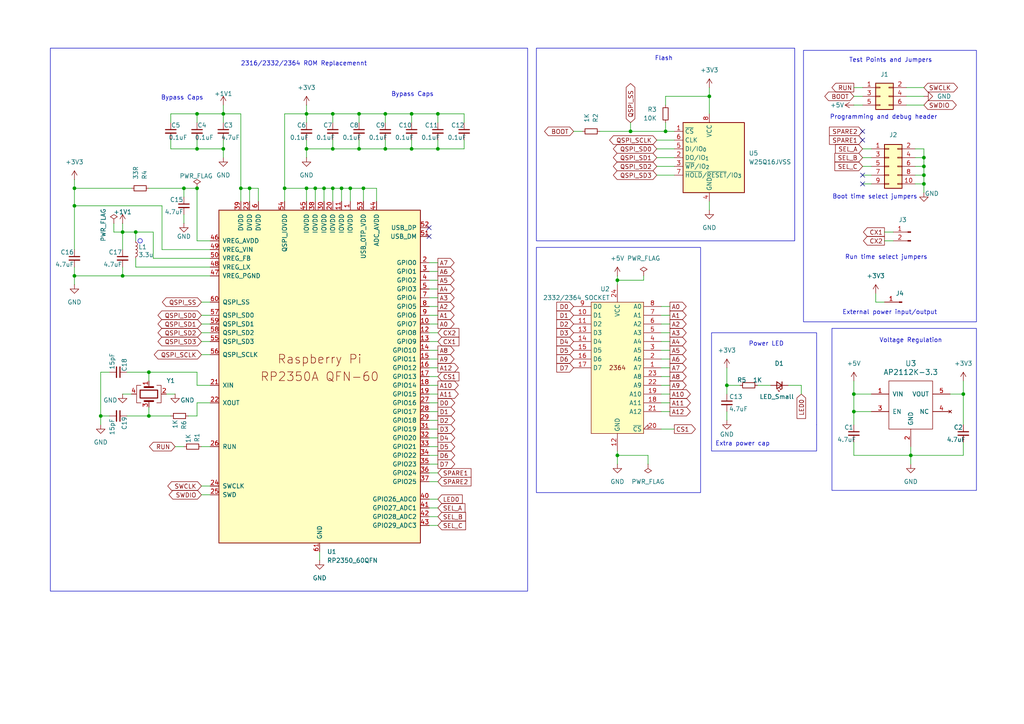
<source format=kicad_sch>
(kicad_sch (version 20250114) (generator "eeschema") (generator_version "9.0")
  (paper "A4")
  (title_block (title "One ROM") (date "2025-08-24") (rev "Pico rev A") (company "piers.rocks") (comment 1 "(c) Piers Finlayson 2025"))
  (lib_symbols
    (symbol "Connector:Conn_01x01_Pin" (pin_names (offset 1.016) (hide yes))
      (property "Reference" "J" (at 0 2.54 0))
      (property "Value" "Conn_01x01_Pin" (at 0 -2.54 0))
      (symbol "Conn_01x01_Pin_1_1"
        (pin passive line (at 5.08 0 180) (length 3.81) (name "Pin_1") (number "1"))
      )
    )
    (symbol "Connector:Conn_01x02_Pin" (pin_names (offset 1.016) (hide yes))
      (property "Reference" "J" (at 0 2.54 0))
      (property "Value" "Conn_01x02_Pin" (at 0 -5.08 0))
      (symbol "Conn_01x02_Pin_1_1"
        (pin passive line (at 5.08 0 180) (length 3.81) (name "Pin_1") (number "1"))
        (pin passive line (at 5.08 -2.54 180) (length 3.81) (name "Pin_2") (number "2"))
      )
    )
    (symbol "Connector_Generic:Conn_02x03_Odd_Even" (pin_names (offset 1.016) (hide yes))
      (property "Reference" "J" (at 1.27 5.08 0))
      (property "Value" "Conn_02x03_Odd_Even" (at 1.27 -5.08 0))
      (symbol "Conn_02x03_Odd_Even_1_1"
        (pin passive line (at -5.08 2.54 0) (length 3.81) (name "Pin_1") (number "1"))
        (pin passive line (at -5.08 0 0) (length 3.81) (name "Pin_3") (number "3"))
        (pin passive line (at -5.08 -2.54 0) (length 3.81) (name "Pin_5") (number "5"))
        (pin passive line (at 7.62 2.54 180) (length 3.81) (name "Pin_2") (number "2"))
        (pin passive line (at 7.62 0 180) (length 3.81) (name "Pin_4") (number "4"))
        (pin passive line (at 7.62 -2.54 180) (length 3.81) (name "Pin_6") (number "6"))
      )
    )
    (symbol "Connector_Generic:Conn_02x05_Odd_Even" (pin_names (offset 1.016) (hide yes))
      (property "Reference" "J" (at 1.27 7.62 0))
      (property "Value" "Conn_02x05_Odd_Even" (at 1.27 -7.62 0))
      (symbol "Conn_02x05_Odd_Even_1_1"
        (pin passive line (at -5.08 5.08 0) (length 3.81) (name "Pin_1") (number "1"))
        (pin passive line (at -5.08 2.54 0) (length 3.81) (name "Pin_3") (number "3"))
        (pin passive line (at -5.08 0 0) (length 3.81) (name "Pin_5") (number "5"))
        (pin passive line (at -5.08 -2.54 0) (length 3.81) (name "Pin_7") (number "7"))
        (pin passive line (at -5.08 -5.08 0) (length 3.81) (name "Pin_9") (number "9"))
        (pin passive line (at 7.62 5.08 180) (length 3.81) (name "Pin_2") (number "2"))
        (pin passive line (at 7.62 2.54 180) (length 3.81) (name "Pin_4") (number "4"))
        (pin passive line (at 7.62 0 180) (length 3.81) (name "Pin_6") (number "6"))
        (pin passive line (at 7.62 -2.54 180) (length 3.81) (name "Pin_8") (number "8"))
        (pin passive line (at 7.62 -5.08 180) (length 3.81) (name "Pin_10") (number "10"))
      )
    )
    (symbol "Device:C_Small" (pin_numbers (hide yes)) (pin_names (offset 0.254) (hide yes))
      (property "Reference" "C" (at 0.254 1.778 0))
      (property "Value" "C_Small" (at 0.254 -2.032 0))
      (symbol "C_Small_1_1"
        (pin passive line (at 0 2.54 270) (length 2.032) (name "~") (number "1"))
        (pin passive line (at 0 -2.54 90) (length 2.032) (name "~") (number "2"))
      )
    )
    (symbol "Device:Crystal_GND24" (pin_names (offset 1.016) (hide yes))
      (property "Reference" "Y" (at 3.175 5.08 0))
      (property "Value" "Crystal_GND24" (at 3.175 3.175 0))
      (symbol "Crystal_GND24_1_1"
        (pin passive line (at -3.81 0 0) (length 1.27) (name "1") (number "1"))
        (pin passive line (at 0 5.08 270) (length 1.27) (name "2") (number "2"))
        (pin passive line (at 0 -5.08 90) (length 1.27) (name "4") (number "4"))
        (pin passive line (at 3.81 0 180) (length 1.27) (name "3") (number "3"))
      )
    )
    (symbol "Device:LED_Small" (pin_numbers (hide yes)) (pin_names (offset 0.254) (hide yes))
      (property "Reference" "D" (at -1.27 3.175 0))
      (property "Value" "LED_Small" (at -4.445 -2.54 0))
      (symbol "LED_Small_1_1"
        (pin passive line (at -2.54 0 0) (length 1.778) (name "K") (number "1"))
        (pin passive line (at 2.54 0 180) (length 1.778) (name "A") (number "2"))
      )
    )
    (symbol "Device:L_Small" (pin_numbers (hide yes)) (pin_names (offset 0.254) (hide yes))
      (property "Reference" "L" (at 0.762 1.016 0))
      (property "Value" "L_Small" (at 0.762 -1.016 0))
      (symbol "L_Small_1_1"
        (pin passive line (at 0 2.54 270) (length 0.508) (name "~") (number "1"))
        (pin passive line (at 0 -2.54 90) (length 0.508) (name "~") (number "2"))
      )
    )
    (symbol "Device:R_Small" (pin_numbers (hide yes)) (pin_names (offset 0.254) (hide yes))
      (property "Reference" "R" (at 0.762 0.508 0))
      (property "Value" "R_Small" (at 0.762 -1.016 0))
      (symbol "R_Small_1_1"
        (pin passive line (at 0 2.54 270) (length 0.762) (name "~") (number "1"))
        (pin passive line (at 0 -2.54 90) (length 0.762) (name "~") (number "2"))
      )
    )
    (symbol "Memory_Flash:W25Q16JVSS"
      (property "Reference" "U" (at -6.35 11.43 0))
      (property "Value" "W25Q16JVSS" (at 7.62 11.43 0))
      (symbol "W25Q16JVSS_1_1"
        (pin input line (at -10.16 7.62 0) (length 2.54) (name "~{CS}") (number "1"))
        (pin input line (at -10.16 5.08 0) (length 2.54) (name "CLK") (number "6"))
        (pin bidirectional line (at -10.16 2.54 0) (length 2.54) (name "DI/IO_{0}") (number "5"))
        (pin bidirectional line (at -10.16 0 0) (length 2.54) (name "DO/IO_{1}") (number "2"))
        (pin bidirectional line (at -10.16 -2.54 0) (length 2.54) (name "~{WP}/IO_{2}") (number "3"))
        (pin bidirectional line (at -10.16 -5.08 0) (length 2.54) (name "~{HOLD}/~{RESET}/IO_{3}") (number "7"))
        (pin power_in line (at 0 12.7 270) (length 2.54) (name "VCC") (number "8"))
        (pin power_in line (at 0 -12.7 90) (length 2.54) (name "GND") (number "4"))
      )
    )
    (symbol "RP:RP2350_60QFN" (pin_names (offset 1.016))
      (property "Reference" "U" (at -29.21 49.53 0))
      (property "Value" "RP2350_60QFN" (at 24.13 -49.53 0))
      (symbol "RP2350_60QFN_0_0"
        (text "Raspberry Pi" (at 0 5.08 0) (effects (font (size 2.54 2.54))))
      )
      (symbol "RP2350_60QFN_1_0"
        (text "RP2350A QFN-60" (at 0 0 0) (effects (font (size 2.54 2.54))))
      )
      (symbol "RP2350_60QFN_1_1"
        (pin power_in line (at -31.75 39.37 0) (length 2.54) (name "VREG_AVDD") (number "46"))
        (pin power_in line (at -31.75 36.83 0) (length 2.54) (name "VREG_VIN") (number "49"))
        (pin input line (at -31.75 34.29 0) (length 2.54) (name "VREG_FB") (number "50"))
        (pin power_out line (at -31.75 31.75 0) (length 2.54) (name "VREG_LX") (number "48"))
        (pin power_in line (at -31.75 29.21 0) (length 2.54) (name "VREG_PGND") (number "47"))
        (pin bidirectional line (at -31.75 21.59 0) (length 2.54) (name "QSPI_SS") (number "60"))
        (pin bidirectional line (at -31.75 17.78 0) (length 2.54) (name "QSPI_SD0") (number "57"))
        (pin bidirectional line (at -31.75 15.24 0) (length 2.54) (name "QSPI_SD1") (number "59"))
        (pin bidirectional line (at -31.75 12.7 0) (length 2.54) (name "QSPI_SD2") (number "58"))
        (pin bidirectional line (at -31.75 10.16 0) (length 2.54) (name "QSPI_SD3") (number "55"))
        (pin output line (at -31.75 6.35 0) (length 2.54) (name "QSPI_SCLK") (number "56"))
        (pin input line (at -31.75 -2.54 0) (length 2.54) (name "XIN") (number "21"))
        (pin passive line (at -31.75 -7.62 0) (length 2.54) (name "XOUT") (number "22"))
        (pin input line (at -31.75 -20.32 0) (length 2.54) (name "RUN") (number "26"))
        (pin output line (at -31.75 -31.75 0) (length 2.54) (name "SWCLK") (number "24"))
        (pin bidirectional line (at -31.75 -34.29 0) (length 2.54) (name "SWD") (number "25"))
        (pin power_in line (at -22.86 50.8 270) (length 2.54) (name "DVDD") (number "39"))
        (pin power_in line (at -20.32 50.8 270) (length 2.54) (name "DVDD") (number "23"))
        (pin power_in line (at -17.78 50.8 270) (length 2.54) (name "DVDD") (number "6"))
        (pin power_in line (at -10.16 50.8 270) (length 2.54) (name "QSPI_IOVDD") (number "54"))
        (pin power_in line (at -3.81 50.8 270) (length 2.54) (name "IOVDD") (number "45"))
        (pin power_in line (at -1.27 50.8 270) (length 2.54) (name "IOVDD") (number "38"))
        (pin power_in line (at 0 -50.8 90) (length 2.54) (name "GND") (number "61"))
        (pin power_in line (at 1.27 50.8 270) (length 2.54) (name "IOVDD") (number "30"))
        (pin power_in line (at 3.81 50.8 270) (length 2.54) (name "IOVDD") (number "20"))
        (pin power_in line (at 6.35 50.8 270) (length 2.54) (name "IOVDD") (number "11"))
        (pin power_in line (at 8.89 50.8 270) (length 2.54) (name "IOVDD") (number "1"))
        (pin power_in line (at 12.7 50.8 270) (length 2.54) (name "USB_OTP_VDD") (number "53"))
        (pin power_in line (at 16.51 50.8 270) (length 2.54) (name "ADC_AVDD") (number "44"))
        (pin bidirectional line (at 31.75 43.18 180) (length 2.54) (name "USB_DP") (number "52"))
        (pin bidirectional line (at 31.75 40.64 180) (length 2.54) (name "USB_DM") (number "51"))
        (pin bidirectional line (at 31.75 33.02 180) (length 2.54) (name "GPIO0") (number "2"))
        (pin bidirectional line (at 31.75 30.48 180) (length 2.54) (name "GPIO1") (number "3"))
        (pin bidirectional line (at 31.75 27.94 180) (length 2.54) (name "GPIO2") (number "4"))
        (pin bidirectional line (at 31.75 25.4 180) (length 2.54) (name "GPIO3") (number "5"))
        (pin bidirectional line (at 31.75 22.86 180) (length 2.54) (name "GPIO4") (number "7"))
        (pin bidirectional line (at 31.75 20.32 180) (length 2.54) (name "GPIO5") (number "8"))
        (pin bidirectional line (at 31.75 17.78 180) (length 2.54) (name "GPIO6") (number "9"))
        (pin bidirectional line (at 31.75 15.24 180) (length 2.54) (name "GPIO7") (number "10"))
        (pin bidirectional line (at 31.75 12.7 180) (length 2.54) (name "GPIO8") (number "12"))
        (pin bidirectional line (at 31.75 10.16 180) (length 2.54) (name "GPIO9") (number "13"))
        (pin bidirectional line (at 31.75 7.62 180) (length 2.54) (name "GPIO10") (number "14"))
        (pin bidirectional line (at 31.75 5.08 180) (length 2.54) (name "GPIO11") (number "15"))
        (pin bidirectional line (at 31.75 2.54 180) (length 2.54) (name "GPIO12") (number "16"))
        (pin bidirectional line (at 31.75 0 180) (length 2.54) (name "GPIO13") (number "17"))
        (pin bidirectional line (at 31.75 -2.54 180) (length 2.54) (name "GPIO14") (number "18"))
        (pin bidirectional line (at 31.75 -5.08 180) (length 2.54) (name "GPIO15") (number "19"))
        (pin bidirectional line (at 31.75 -7.62 180) (length 2.54) (name "GPIO16") (number "27"))
        (pin bidirectional line (at 31.75 -10.16 180) (length 2.54) (name "GPIO17") (number "28"))
        (pin bidirectional line (at 31.75 -12.7 180) (length 2.54) (name "GPIO18") (number "29"))
        (pin bidirectional line (at 31.75 -15.24 180) (length 2.54) (name "GPIO19") (number "31"))
        (pin bidirectional line (at 31.75 -17.78 180) (length 2.54) (name "GPIO20") (number "32"))
        (pin bidirectional line (at 31.75 -20.32 180) (length 2.54) (name "GPIO21") (number "33"))
        (pin bidirectional line (at 31.75 -22.86 180) (length 2.54) (name "GPIO22") (number "34"))
        (pin bidirectional line (at 31.75 -25.4 180) (length 2.54) (name "GPIO23") (number "35"))
        (pin bidirectional line (at 31.75 -27.94 180) (length 2.54) (name "GPIO24") (number "36"))
        (pin bidirectional line (at 31.75 -30.48 180) (length 2.54) (name "GPIO25") (number "37"))
        (pin bidirectional line (at 31.75 -35.56 180) (length 2.54) (name "GPIO26_ADC0") (number "40"))
        (pin bidirectional line (at 31.75 -38.1 180) (length 2.54) (name "GPIO27_ADC1") (number "41"))
        (pin bidirectional line (at 31.75 -40.64 180) (length 2.54) (name "GPIO28_ADC2") (number "42"))
        (pin bidirectional line (at 31.75 -43.18 180) (length 2.54) (name "GPIO29_ADC3") (number "43"))
      )
    )
    (symbol "piers_old:RT9013" (pin_names (offset 1.016))
      (property "Reference" "U" (at 5.08 11.43 0))
      (property "Value" "RT9013" (at -2.54 11.43 0))
      (symbol "RT9013_1_1"
        (pin power_in line (at -11.43 5.08 0) (length 5.08) (name "VIN") (number "1"))
        (pin input line (at -11.43 0 0) (length 5.08) (name "EN") (number "3"))
        (pin power_in line (at 0 -10.16 90) (length 5.08) (name "GND") (number "2"))
        (pin power_out line (at 11.43 5.08 180) (length 5.08) (name "VOUT") (number "5"))
        (pin no_connect line (at 11.43 0 180) (length 5.08) (name "NC") (number "4"))
      )
    )
    (symbol "piers_retro:2364"
      (property "Reference" "U" (at 3.048 23.114 0))
      (symbol "2364_1_1"
        (text "2364" (at 0 0 0) (effects (font (size 1.27 1.27))))
        (pin input line (at -12.7 17.78 0) (length 5.08) (name "A0") (number "8"))
        (pin input line (at -12.7 15.24 0) (length 5.08) (name "A1") (number "7"))
        (pin input line (at -12.7 12.7 0) (length 5.08) (name "A2") (number "6"))
        (pin input line (at -12.7 10.16 0) (length 5.08) (name "A3") (number "5"))
        (pin input line (at -12.7 7.62 0) (length 5.08) (name "A4") (number "4"))
        (pin input line (at -12.7 5.08 0) (length 5.08) (name "A5") (number "3"))
        (pin input line (at -12.7 2.54 0) (length 5.08) (name "A6") (number "2"))
        (pin input line (at -12.7 0 0) (length 5.08) (name "A7") (number "1"))
        (pin input line (at -12.7 -2.54 0) (length 5.08) (name "A8") (number "23"))
        (pin input line (at -12.7 -5.08 0) (length 5.08) (name "A9") (number "22"))
        (pin input line (at -12.7 -7.62 0) (length 5.08) (name "A10") (number "19"))
        (pin input line (at -12.7 -10.16 0) (length 5.08) (name "A11") (number "18"))
        (pin input line (at -12.7 -12.7 0) (length 5.08) (name "A12") (number "21"))
        (pin input input_low (at -12.7 -17.78 0) (length 5.08) (name "~{CS}") (number "20"))
        (pin power_in line (at 0 24.13 270) (length 5.08) (name "VCC") (number "24"))
        (pin power_in line (at 0 -24.13 90) (length 5.08) (name "GND") (number "12"))
        (pin tri_state line (at 12.7 17.78 180) (length 5.08) (name "D0") (number "9"))
        (pin tri_state line (at 12.7 15.24 180) (length 5.08) (name "D1") (number "10"))
        (pin tri_state line (at 12.7 12.7 180) (length 5.08) (name "D2") (number "11"))
        (pin tri_state line (at 12.7 10.16 180) (length 5.08) (name "D3") (number "13"))
        (pin tri_state line (at 12.7 7.62 180) (length 5.08) (name "D4") (number "14"))
        (pin tri_state line (at 12.7 5.08 180) (length 5.08) (name "D5") (number "15"))
        (pin tri_state line (at 12.7 2.54 180) (length 5.08) (name "D6") (number "16"))
        (pin tri_state line (at 12.7 0 180) (length 5.08) (name "D7") (number "17"))
      )
    )
    (symbol "power:+1V1" (power) (pin_numbers (hide yes)) (pin_names (offset 0) (hide yes))
      (property "Value" "+1V1" (at 0 3.556 0))
      (symbol "+1V1_1_1"
        (pin power_in line (at 0 0 90) (length 0) (name "~") (number "1"))
      )
    )
    (symbol "power:+3V3" (power) (pin_numbers (hide yes)) (pin_names (offset 0) (hide yes))
      (property "Value" "+3V3" (at 0 3.556 0))
      (symbol "+3V3_1_1"
        (pin power_in line (at 0 0 90) (length 0) (name "~") (number "1"))
      )
    )
    (symbol "power:+5V" (power) (pin_numbers (hide yes)) (pin_names (offset 0) (hide yes))
      (property "Value" "+5V" (at 0 3.556 0))
      (symbol "+5V_1_1"
        (pin power_in line (at 0 0 90) (length 0) (name "~") (number "1"))
      )
    )
    (symbol "power:GND" (power) (pin_numbers (hide yes)) (pin_names (offset 0) (hide yes))
      (property "Value" "GND" (at 0 -3.81 0))
      (symbol "GND_1_1"
        (pin power_in line (at 0 0 270) (length 0) (name "~") (number "1"))
      )
    )
    (symbol "power:PWR_FLAG" (power) (pin_numbers (hide yes)) (pin_names (offset 0) (hide yes))
      (property "Value" "PWR_FLAG" (at 0 3.81 0))
      (symbol "PWR_FLAG_0_0"
        (pin power_out line (at 0 0 90) (length 0) (name "~") (number "1"))
      )
    )
  )
  (rectangle (start 155.575 71.755) (end 203.2 142.875))
  (circle (center 40.64 69.85) (radius 0.635))
  (rectangle (start 155.575 13.97) (end 230.505 69.85))
  (rectangle (start 236.855 123.19) (end 236.855 123.19))
  (rectangle (start 14.605 13.97) (end 153.035 171.45))
  (rectangle (start 233.045 14.605) (end 283.21 93.345))
  (rectangle (start 206.375 96.52) (end 236.855 130.81))
  (rectangle (start 241.3 95.25) (end 283.21 142.24))
  (text "Run time select jumpers" (at 257.048 74.676 0) (effects (font (size 1.27 1.27))))
  (text "Voltage Regulation" (at 264.16 98.806 0) (effects (font (size 1.27 1.27))))
  (text "Extra power cap" (at 215.392 128.778 0) (effects (font (size 1.27 1.27))))
  (text "2316/2332/2364 ROM Replacemennt" (at 88.138 18.542 0) (effects (font (size 1.27 1.27))))
  (text "Bypass Caps" (at 52.832 28.448 0) (effects (font (size 1.27 1.27))))
  (text "Power LED" (at 222.25 99.822 0) (effects (font (size 1.27 1.27))))
  (text "Bypass Caps" (at 119.634 27.432 0) (effects (font (size 1.27 1.27))))
  (text "Programming and debug header" (at 256.286 34.036 0) (effects (font (size 1.27 1.27))))
  (text "External power input/output" (at 258.064 90.678 0) (effects (font (size 1.27 1.27))))
  (text "Flash" (at 192.532 17.018 0) (effects (font (size 1.27 1.27))))
  (text "Boot time select jumpers" (at 253.746 57.15 0) (effects (font (size 1.27 1.27))))
  (text "Test Points and Jumpers" (at 258.318 17.526 0) (effects (font (size 1.27 1.27))))
  (junction (at 35.56 67.31))
  (junction (at 21.59 54.61))
  (junction (at 21.59 80.01))
  (junction (at 104.14 43.18))
  (junction (at 104.14 33.02))
  (junction (at 82.55 54.61))
  (junction (at 96.52 43.18))
  (junction (at 179.07 132.08))
  (junction (at 72.39 54.61))
  (junction (at 119.38 33.02))
  (junction (at 57.15 43.18))
  (junction (at 43.18 120.65))
  (junction (at 267.97 45.72))
  (junction (at 111.76 43.18))
  (junction (at 29.21 120.65))
  (junction (at 182.88 38.1))
  (junction (at 35.56 80.01))
  (junction (at 69.85 54.61))
  (junction (at 64.77 33.02))
  (junction (at 205.74 27.94))
  (junction (at 179.07 81.28))
  (junction (at 247.65 114.3))
  (junction (at 267.97 50.8))
  (junction (at 96.52 54.61))
  (junction (at 88.9 33.02))
  (junction (at 267.97 48.26))
  (junction (at 57.15 33.02))
  (junction (at 105.41 54.61))
  (junction (at 91.44 54.61))
  (junction (at 264.16 132.08))
  (junction (at 99.06 54.61))
  (junction (at 21.59 59.69))
  (junction (at 101.6 54.61))
  (junction (at 88.9 54.61))
  (junction (at 210.82 111.76))
  (junction (at 247.65 119.38))
  (junction (at 93.98 54.61))
  (junction (at 53.34 54.61))
  (junction (at 193.04 38.1))
  (junction (at 127 33.02))
  (junction (at 88.9 43.18))
  (junction (at 127 43.18))
  (junction (at 96.52 33.02))
  (junction (at 119.38 43.18))
  (junction (at 39.37 67.31))
  (junction (at 64.77 43.18))
  (junction (at 267.97 53.34))
  (junction (at 111.76 33.02))
  (junction (at 279.4 114.3))
  (junction (at 57.15 54.61))
  (junction (at 43.18 107.95))
  (no_connect (at 250.19 38.1))
  (no_connect (at 124.46 66.04))
  (no_connect (at 124.46 68.58))
  (no_connect (at 250.19 40.64))
  (no_connect (at 250.19 53.34))
  (no_connect (at 250.19 50.8))
  (wire (pts (xy 279.4 114.3) (xy 279.4 123.19)))
  (wire (pts (xy 265.43 53.34) (xy 267.97 53.34)))
  (wire (pts (xy 91.44 54.61) (xy 93.98 54.61)))
  (wire (pts (xy 232.41 111.76) (xy 232.41 114.3)))
  (wire (pts (xy 93.98 54.61) (xy 96.52 54.61)))
  (wire (pts (xy 186.69 81.28) (xy 179.07 81.28)))
  (wire (pts (xy 92.71 160.02) (xy 92.71 162.56)))
  (wire (pts (xy 44.45 74.93) (xy 60.96 74.93)))
  (wire (pts (xy 43.18 107.95) (xy 43.18 110.49)))
  (wire (pts (xy 104.14 35.56) (xy 104.14 33.02)))
  (wire (pts (xy 119.38 40.64) (xy 119.38 43.18)))
  (wire (pts (xy 191.77 101.6) (xy 194.31 101.6)))
  (wire (pts (xy 69.85 33.02) (xy 64.77 33.02)))
  (wire (pts (xy 58.42 99.06) (xy 60.96 99.06)))
  (wire (pts (xy 88.9 58.42) (xy 88.9 54.61)))
  (wire (pts (xy 104.14 43.18) (xy 104.14 40.64)))
  (wire (pts (xy 250.19 48.26) (xy 252.73 48.26)))
  (wire (pts (xy 43.18 118.11) (xy 43.18 120.65)))
  (wire (pts (xy 124.46 134.62) (xy 127 134.62)))
  (wire (pts (xy 250.19 43.18) (xy 252.73 43.18)))
  (wire (pts (xy 247.65 132.08) (xy 264.16 132.08)))
  (wire (pts (xy 127 83.82) (xy 124.46 83.82)))
  (wire (pts (xy 49.53 33.02) (xy 49.53 35.56)))
  (wire (pts (xy 247.65 27.94) (xy 250.19 27.94)))
  (wire (pts (xy 93.98 54.61) (xy 93.98 58.42)))
  (wire (pts (xy 99.06 54.61) (xy 99.06 58.42)))
  (wire (pts (xy 29.21 123.19) (xy 29.21 120.65)))
  (wire (pts (xy 101.6 58.42) (xy 101.6 54.61)))
  (wire (pts (xy 21.59 54.61) (xy 21.59 59.69)))
  (wire (pts (xy 53.34 62.23) (xy 53.34 64.77)))
  (wire (pts (xy 127 152.4) (xy 124.46 152.4)))
  (wire (pts (xy 191.77 96.52) (xy 194.31 96.52)))
  (wire (pts (xy 119.38 33.02) (xy 127 33.02)))
  (wire (pts (xy 91.44 58.42) (xy 91.44 54.61)))
  (wire (pts (xy 57.15 43.18) (xy 64.77 43.18)))
  (wire (pts (xy 264.16 132.08) (xy 264.16 134.62)))
  (wire (pts (xy 267.97 45.72) (xy 267.97 43.18)))
  (wire (pts (xy 254 87.63) (xy 256.54 87.63)))
  (wire (pts (xy 57.15 43.18) (xy 57.15 40.64)))
  (wire (pts (xy 250.19 45.72) (xy 252.73 45.72)))
  (wire (pts (xy 35.56 67.31) (xy 35.56 72.39)))
  (wire (pts (xy 57.15 116.84) (xy 60.96 116.84)))
  (wire (pts (xy 210.82 111.76) (xy 210.82 114.3)))
  (wire (pts (xy 210.82 119.38) (xy 210.82 121.92)))
  (wire (pts (xy 82.55 58.42) (xy 82.55 54.61)))
  (wire (pts (xy 58.42 102.87) (xy 60.96 102.87)))
  (wire (pts (xy 191.77 88.9) (xy 194.31 88.9)))
  (wire (pts (xy 39.37 77.47) (xy 39.37 74.93)))
  (wire (pts (xy 29.21 120.65) (xy 29.21 107.95)))
  (wire (pts (xy 57.15 54.61) (xy 53.34 54.61)))
  (wire (pts (xy 104.14 33.02) (xy 111.76 33.02)))
  (wire (pts (xy 205.74 25.4) (xy 205.74 27.94)))
  (wire (pts (xy 88.9 33.02) (xy 88.9 35.56)))
  (wire (pts (xy 96.52 40.64) (xy 96.52 43.18)))
  (wire (pts (xy 124.46 106.68) (xy 127 106.68)))
  (wire (pts (xy 36.83 120.65) (xy 43.18 120.65)))
  (wire (pts (xy 46.99 59.69) (xy 21.59 59.69)))
  (wire (pts (xy 39.37 67.31) (xy 44.45 67.31)))
  (wire (pts (xy 57.15 33.02) (xy 64.77 33.02)))
  (wire (pts (xy 64.77 30.48) (xy 64.77 33.02)))
  (wire (pts (xy 279.4 132.08) (xy 279.4 128.27)))
  (wire (pts (xy 60.96 72.39) (xy 46.99 72.39)))
  (wire (pts (xy 74.93 54.61) (xy 72.39 54.61)))
  (wire (pts (xy 21.59 80.01) (xy 35.56 80.01)))
  (wire (pts (xy 210.82 106.68) (xy 210.82 111.76)))
  (wire (pts (xy 88.9 54.61) (xy 91.44 54.61)))
  (wire (pts (xy 127 76.2) (xy 124.46 76.2)))
  (wire (pts (xy 247.65 119.38) (xy 247.65 123.19)))
  (wire (pts (xy 35.56 77.47) (xy 35.56 80.01)))
  (wire (pts (xy 127 144.78) (xy 124.46 144.78)))
  (wire (pts (xy 104.14 43.18) (xy 111.76 43.18)))
  (wire (pts (xy 124.46 101.6) (xy 127 101.6)))
  (wire (pts (xy 49.53 43.18) (xy 49.53 40.64)))
  (wire (pts (xy 35.56 114.3) (xy 38.1 114.3)))
  (wire (pts (xy 182.88 38.1) (xy 193.04 38.1)))
  (wire (pts (xy 205.74 27.94) (xy 205.74 33.02)))
  (wire (pts (xy 166.37 38.1) (xy 168.91 38.1)))
  (wire (pts (xy 191.77 93.98) (xy 194.31 93.98)))
  (wire (pts (xy 21.59 52.07) (xy 21.59 54.61)))
  (wire (pts (xy 275.59 114.3) (xy 279.4 114.3)))
  (wire (pts (xy 119.38 43.18) (xy 127 43.18)))
  (wire (pts (xy 247.65 114.3) (xy 252.73 114.3)))
  (wire (pts (xy 53.34 54.61) (xy 53.34 57.15)))
  (wire (pts (xy 111.76 43.18) (xy 119.38 43.18)))
  (wire (pts (xy 267.97 50.8) (xy 267.97 48.26)))
  (wire (pts (xy 43.18 54.61) (xy 53.34 54.61)))
  (wire (pts (xy 21.59 77.47) (xy 21.59 80.01)))
  (wire (pts (xy 58.42 93.98) (xy 60.96 93.98)))
  (wire (pts (xy 265.43 45.72) (xy 267.97 45.72)))
  (wire (pts (xy 124.46 99.06) (xy 127 99.06)))
  (wire (pts (xy 29.21 107.95) (xy 31.75 107.95)))
  (wire (pts (xy 21.59 54.61) (xy 38.1 54.61)))
  (wire (pts (xy 29.21 120.65) (xy 31.75 120.65)))
  (wire (pts (xy 190.5 43.18) (xy 195.58 43.18)))
  (wire (pts (xy 35.56 80.01) (xy 60.96 80.01)))
  (wire (pts (xy 64.77 33.02) (xy 64.77 35.56)))
  (wire (pts (xy 39.37 67.31) (xy 35.56 67.31)))
  (wire (pts (xy 262.89 30.48) (xy 267.97 30.48)))
  (wire (pts (xy 247.65 114.3) (xy 247.65 119.38)))
  (wire (pts (xy 205.74 58.42) (xy 205.74 60.96)))
  (wire (pts (xy 88.9 43.18) (xy 88.9 40.64)))
  (wire (pts (xy 127 147.32) (xy 124.46 147.32)))
  (wire (pts (xy 256.54 69.85) (xy 259.08 69.85)))
  (wire (pts (xy 127 124.46) (xy 124.46 124.46)))
  (wire (pts (xy 21.59 80.01) (xy 21.59 82.55)))
  (wire (pts (xy 88.9 33.02) (xy 96.52 33.02)))
  (wire (pts (xy 193.04 30.48) (xy 193.04 27.94)))
  (wire (pts (xy 39.37 67.31) (xy 39.37 69.85)))
  (wire (pts (xy 44.45 67.31) (xy 44.45 74.93)))
  (wire (pts (xy 124.46 114.3) (xy 127 114.3)))
  (wire (pts (xy 104.14 33.02) (xy 96.52 33.02)))
  (wire (pts (xy 58.42 140.97) (xy 60.96 140.97)))
  (wire (pts (xy 105.41 54.61) (xy 105.41 58.42)))
  (wire (pts (xy 232.41 111.76) (xy 228.6 111.76)))
  (wire (pts (xy 127 149.86) (xy 124.46 149.86)))
  (wire (pts (xy 88.9 30.48) (xy 88.9 33.02)))
  (wire (pts (xy 124.46 96.52) (xy 127 96.52)))
  (wire (pts (xy 173.99 38.1) (xy 182.88 38.1)))
  (wire (pts (xy 265.43 50.8) (xy 267.97 50.8)))
  (wire (pts (xy 127 33.02) (xy 134.62 33.02)))
  (wire (pts (xy 247.65 128.27) (xy 247.65 132.08)))
  (wire (pts (xy 127 43.18) (xy 134.62 43.18)))
  (wire (pts (xy 279.4 110.49) (xy 279.4 114.3)))
  (wire (pts (xy 124.46 119.38) (xy 127 119.38)))
  (wire (pts (xy 82.55 33.02) (xy 82.55 54.61)))
  (wire (pts (xy 267.97 43.18) (xy 265.43 43.18)))
  (wire (pts (xy 191.77 114.3) (xy 194.31 114.3)))
  (wire (pts (xy 124.46 109.22) (xy 127 109.22)))
  (wire (pts (xy 127 33.02) (xy 127 35.56)))
  (wire (pts (xy 57.15 107.95) (xy 57.15 111.76)))
  (wire (pts (xy 58.42 96.52) (xy 60.96 96.52)))
  (wire (pts (xy 191.77 124.46) (xy 195.58 124.46)))
  (wire (pts (xy 57.15 33.02) (xy 49.53 33.02)))
  (wire (pts (xy 190.5 48.26) (xy 195.58 48.26)))
  (wire (pts (xy 254 85.09) (xy 254 87.63)))
  (wire (pts (xy 264.16 132.08) (xy 279.4 132.08)))
  (wire (pts (xy 101.6 54.61) (xy 105.41 54.61)))
  (wire (pts (xy 36.83 107.95) (xy 43.18 107.95)))
  (wire (pts (xy 54.61 120.65) (xy 57.15 120.65)))
  (wire (pts (xy 190.5 45.72) (xy 195.58 45.72)))
  (wire (pts (xy 49.53 43.18) (xy 57.15 43.18)))
  (wire (pts (xy 250.19 50.8) (xy 252.73 50.8)))
  (wire (pts (xy 134.62 33.02) (xy 134.62 35.56)))
  (wire (pts (xy 191.77 99.06) (xy 194.31 99.06)))
  (wire (pts (xy 82.55 33.02) (xy 88.9 33.02)))
  (wire (pts (xy 191.77 116.84) (xy 194.31 116.84)))
  (wire (pts (xy 267.97 53.34) (xy 267.97 55.88)))
  (wire (pts (xy 119.38 33.02) (xy 119.38 35.56)))
  (wire (pts (xy 190.5 50.8) (xy 195.58 50.8)))
  (wire (pts (xy 127 127) (xy 124.46 127)))
  (wire (pts (xy 72.39 54.61) (xy 69.85 54.61)))
  (wire (pts (xy 33.02 64.77) (xy 33.02 67.31)))
  (wire (pts (xy 35.56 64.77) (xy 35.56 67.31)))
  (wire (pts (xy 64.77 43.18) (xy 64.77 40.64)))
  (wire (pts (xy 250.19 53.34) (xy 252.73 53.34)))
  (wire (pts (xy 96.52 33.02) (xy 96.52 35.56)))
  (wire (pts (xy 191.77 106.68) (xy 194.31 106.68)))
  (wire (pts (xy 134.62 40.64) (xy 134.62 43.18)))
  (wire (pts (xy 267.97 53.34) (xy 267.97 50.8)))
  (wire (pts (xy 127 91.44) (xy 124.46 91.44)))
  (wire (pts (xy 179.07 130.81) (xy 179.07 132.08)))
  (wire (pts (xy 82.55 54.61) (xy 88.9 54.61)))
  (wire (pts (xy 33.02 67.31) (xy 35.56 67.31)))
  (wire (pts (xy 187.96 134.62) (xy 187.96 132.08)))
  (wire (pts (xy 58.42 129.54) (xy 60.96 129.54)))
  (wire (pts (xy 105.41 54.61) (xy 109.22 54.61)))
  (wire (pts (xy 193.04 27.94) (xy 205.74 27.94)))
  (wire (pts (xy 191.77 109.22) (xy 194.31 109.22)))
  (wire (pts (xy 57.15 111.76) (xy 60.96 111.76)))
  (wire (pts (xy 43.18 107.95) (xy 57.15 107.95)))
  (wire (pts (xy 265.43 48.26) (xy 267.97 48.26)))
  (wire (pts (xy 124.46 137.16) (xy 127 137.16)))
  (wire (pts (xy 96.52 43.18) (xy 104.14 43.18)))
  (wire (pts (xy 193.04 38.1) (xy 195.58 38.1)))
  (wire (pts (xy 267.97 48.26) (xy 267.97 45.72)))
  (wire (pts (xy 88.9 43.18) (xy 88.9 45.72)))
  (wire (pts (xy 124.46 111.76) (xy 127 111.76)))
  (wire (pts (xy 57.15 120.65) (xy 57.15 116.84)))
  (wire (pts (xy 193.04 35.56) (xy 193.04 38.1)))
  (wire (pts (xy 124.46 132.08) (xy 127 132.08)))
  (wire (pts (xy 191.77 91.44) (xy 194.31 91.44)))
  (wire (pts (xy 187.96 132.08) (xy 179.07 132.08)))
  (wire (pts (xy 179.07 80.01) (xy 179.07 81.28)))
  (wire (pts (xy 21.59 59.69) (xy 21.59 72.39)))
  (wire (pts (xy 124.46 121.92) (xy 127 121.92)))
  (wire (pts (xy 262.89 25.4) (xy 267.97 25.4)))
  (wire (pts (xy 69.85 58.42) (xy 69.85 54.61)))
  (wire (pts (xy 210.82 111.76) (xy 214.63 111.76)))
  (wire (pts (xy 247.65 25.4) (xy 250.19 25.4)))
  (wire (pts (xy 186.69 80.01) (xy 186.69 81.28)))
  (wire (pts (xy 264.16 129.54) (xy 264.16 132.08)))
  (wire (pts (xy 179.07 81.28) (xy 179.07 82.55)))
  (wire (pts (xy 111.76 33.02) (xy 111.76 35.56)))
  (wire (pts (xy 60.96 77.47) (xy 39.37 77.47)))
  (wire (pts (xy 43.18 120.65) (xy 49.53 120.65)))
  (wire (pts (xy 247.65 119.38) (xy 252.73 119.38)))
  (wire (pts (xy 50.8 129.54) (xy 53.34 129.54)))
  (wire (pts (xy 58.42 143.51) (xy 60.96 143.51)))
  (wire (pts (xy 72.39 58.42) (xy 72.39 54.61)))
  (wire (pts (xy 96.52 54.61) (xy 99.06 54.61)))
  (wire (pts (xy 127 93.98) (xy 124.46 93.98)))
  (wire (pts (xy 179.07 132.08) (xy 179.07 134.62)))
  (wire (pts (xy 127 129.54) (xy 124.46 129.54)))
  (wire (pts (xy 191.77 111.76) (xy 194.31 111.76)))
  (wire (pts (xy 124.46 139.7) (xy 127 139.7)))
  (wire (pts (xy 247.65 30.48) (xy 250.19 30.48)))
  (wire (pts (xy 127 88.9) (xy 124.46 88.9)))
  (wire (pts (xy 57.15 69.85) (xy 57.15 54.61)))
  (wire (pts (xy 256.54 67.31) (xy 259.08 67.31)))
  (wire (pts (xy 69.85 54.61) (xy 69.85 33.02)))
  (wire (pts (xy 60.96 69.85) (xy 57.15 69.85)))
  (wire (pts (xy 191.77 119.38) (xy 194.31 119.38)))
  (wire (pts (xy 48.26 114.3) (xy 50.8 114.3)))
  (wire (pts (xy 124.46 116.84) (xy 127 116.84)))
  (wire (pts (xy 64.77 43.18) (xy 64.77 45.72)))
  (wire (pts (xy 109.22 58.42) (xy 109.22 54.61)))
  (wire (pts (xy 124.46 104.14) (xy 127 104.14)))
  (wire (pts (xy 111.76 33.02) (xy 119.38 33.02)))
  (wire (pts (xy 57.15 33.02) (xy 57.15 35.56)))
  (wire (pts (xy 96.52 58.42) (xy 96.52 54.61)))
  (wire (pts (xy 127 40.64) (xy 127 43.18)))
  (wire (pts (xy 99.06 54.61) (xy 101.6 54.61)))
  (wire (pts (xy 191.77 104.14) (xy 194.31 104.14)))
  (wire (pts (xy 111.76 40.64) (xy 111.76 43.18)))
  (wire (pts (xy 46.99 72.39) (xy 46.99 59.69)))
  (wire (pts (xy 262.89 27.94) (xy 267.97 27.94)))
  (wire (pts (xy 127 86.36) (xy 124.46 86.36)))
  (wire (pts (xy 58.42 87.63) (xy 60.96 87.63)))
  (wire (pts (xy 127 81.28) (xy 124.46 81.28)))
  (wire (pts (xy 219.71 111.76) (xy 223.52 111.76)))
  (wire (pts (xy 74.93 58.42) (xy 74.93 54.61)))
  (wire (pts (xy 247.65 110.49) (xy 247.65 114.3)))
  (wire (pts (xy 58.42 91.44) (xy 60.96 91.44)))
  (wire (pts (xy 182.88 35.56) (xy 182.88 38.1)))
  (wire (pts (xy 127 78.74) (xy 124.46 78.74)))
  (wire (pts (xy 96.52 43.18) (xy 88.9 43.18)))
  (wire (pts (xy 190.5 40.64) (xy 195.58 40.64)))
  (global_label "A9" (shape output) (at 194.31 111.76 0) (property "Intersheetrefs" "${INTERSHEET_REFS}" (effects (hide yes))))
  (global_label "SWCLK" (shape bidirectional) (at 58.42 140.97 180) (property "Intersheetrefs" "${INTERSHEET_REFS}" (effects (hide yes))))
  (global_label "CX1" (shape input) (at 127 99.06 0) (property "Intersheetrefs" "${INTERSHEET_REFS}" (effects (hide yes))))
  (global_label "A7" (shape output) (at 127 76.2 0) (property "Intersheetrefs" "${INTERSHEET_REFS}" (effects (hide yes))))
  (global_label "SPARE2" (shape input) (at 250.19 38.1 180) (property "Intersheetrefs" "${INTERSHEET_REFS}" (effects (hide yes))))
  (global_label "A11" (shape output) (at 127 114.3 0) (property "Intersheetrefs" "${INTERSHEET_REFS}" (effects (hide yes))))
  (global_label "BOOT" (shape bidirectional) (at 247.65 27.94 180) (property "Intersheetrefs" "${INTERSHEET_REFS}" (effects (hide yes))))
  (global_label "A2" (shape output) (at 194.31 93.98 0) (property "Intersheetrefs" "${INTERSHEET_REFS}" (effects (hide yes))))
  (global_label "D6" (shape input) (at 166.37 104.14 180) (property "Intersheetrefs" "${INTERSHEET_REFS}" (effects (hide yes))))
  (global_label "D0" (shape input) (at 166.37 88.9 180) (property "Intersheetrefs" "${INTERSHEET_REFS}" (effects (hide yes))))
  (global_label "A0" (shape output) (at 194.31 88.9 0) (property "Intersheetrefs" "${INTERSHEET_REFS}" (effects (hide yes))))
  (global_label "QSPI_SD1" (shape bidirectional) (at 58.42 93.98 180) (property "Intersheetrefs" "${INTERSHEET_REFS}" (effects (hide yes))))
  (global_label "SPARE2" (shape input) (at 127 139.7 0) (property "Intersheetrefs" "${INTERSHEET_REFS}" (effects (hide yes))))
  (global_label "QSPI_SS" (shape bidirectional) (at 182.88 35.56 90) (property "Intersheetrefs" "${INTERSHEET_REFS}" (effects (hide yes))))
  (global_label "D2" (shape input) (at 166.37 93.98 180) (property "Intersheetrefs" "${INTERSHEET_REFS}" (effects (hide yes))))
  (global_label "A1" (shape output) (at 194.31 91.44 0) (property "Intersheetrefs" "${INTERSHEET_REFS}" (effects (hide yes))))
  (global_label "QSPI_SD3" (shape bidirectional) (at 58.42 99.06 180) (property "Intersheetrefs" "${INTERSHEET_REFS}" (effects (hide yes))))
  (global_label "D1" (shape input) (at 166.37 91.44 180) (property "Intersheetrefs" "${INTERSHEET_REFS}" (effects (hide yes))))
  (global_label "CS1" (shape input) (at 127 109.22 0) (property "Intersheetrefs" "${INTERSHEET_REFS}" (effects (hide yes))))
  (global_label "D7" (shape output) (at 127 134.62 0) (property "Intersheetrefs" "${INTERSHEET_REFS}" (effects (hide yes))))
  (global_label "SEL_C" (shape input) (at 127 152.4 0) (property "Intersheetrefs" "${INTERSHEET_REFS}" (effects (hide yes))))
  (global_label "QSPI_SD0" (shape bidirectional) (at 58.42 91.44 180) (property "Intersheetrefs" "${INTERSHEET_REFS}" (effects (hide yes))))
  (global_label "A3" (shape output) (at 194.31 96.52 0) (property "Intersheetrefs" "${INTERSHEET_REFS}" (effects (hide yes))))
  (global_label "A6" (shape output) (at 194.31 104.14 0) (property "Intersheetrefs" "${INTERSHEET_REFS}" (effects (hide yes))))
  (global_label "SEL_B" (shape input) (at 127 149.86 0) (property "Intersheetrefs" "${INTERSHEET_REFS}" (effects (hide yes))))
  (global_label "A6" (shape output) (at 127 78.74 0) (property "Intersheetrefs" "${INTERSHEET_REFS}" (effects (hide yes))))
  (global_label "D3" (shape output) (at 127 124.46 0) (property "Intersheetrefs" "${INTERSHEET_REFS}" (effects (hide yes))))
  (global_label "RUN" (shape output) (at 247.65 25.4 180) (property "Intersheetrefs" "${INTERSHEET_REFS}" (effects (hide yes))))
  (global_label "D0" (shape output) (at 127 116.84 0) (property "Intersheetrefs" "${INTERSHEET_REFS}" (effects (hide yes))))
  (global_label "D5" (shape output) (at 127 129.54 0) (property "Intersheetrefs" "${INTERSHEET_REFS}" (effects (hide yes))))
  (global_label "SWDIO" (shape bidirectional) (at 58.42 143.51 180) (property "Intersheetrefs" "${INTERSHEET_REFS}" (effects (hide yes))))
  (global_label "A12" (shape output) (at 127 106.68 0) (property "Intersheetrefs" "${INTERSHEET_REFS}" (effects (hide yes))))
  (global_label "A4" (shape output) (at 194.31 99.06 0) (property "Intersheetrefs" "${INTERSHEET_REFS}" (effects (hide yes))))
  (global_label "A9" (shape output) (at 127 104.14 0) (property "Intersheetrefs" "${INTERSHEET_REFS}" (effects (hide yes))))
  (global_label "A10" (shape output) (at 127 111.76 0) (property "Intersheetrefs" "${INTERSHEET_REFS}" (effects (hide yes))))
  (global_label "SEL_B" (shape input) (at 250.19 45.72 180) (property "Intersheetrefs" "${INTERSHEET_REFS}" (effects (hide yes))))
  (global_label "QSPI_SD1" (shape bidirectional) (at 190.5 45.72 180) (property "Intersheetrefs" "${INTERSHEET_REFS}" (effects (hide yes))))
  (global_label "SWCLK" (shape bidirectional) (at 267.97 25.4 0) (property "Intersheetrefs" "${INTERSHEET_REFS}" (effects (hide yes))))
  (global_label "QSPI_SS" (shape bidirectional) (at 58.42 87.63 180) (property "Intersheetrefs" "${INTERSHEET_REFS}" (effects (hide yes))))
  (global_label "CX2" (shape output) (at 256.54 69.85 180) (property "Intersheetrefs" "${INTERSHEET_REFS}" (effects (hide yes))))
  (global_label "SWDIO" (shape bidirectional) (at 267.97 30.48 0) (property "Intersheetrefs" "${INTERSHEET_REFS}" (effects (hide yes))))
  (global_label "D7" (shape input) (at 166.37 106.68 180) (property "Intersheetrefs" "${INTERSHEET_REFS}" (effects (hide yes))))
  (global_label "D4" (shape input) (at 166.37 99.06 180) (property "Intersheetrefs" "${INTERSHEET_REFS}" (effects (hide yes))))
  (global_label "A1" (shape output) (at 127 91.44 0) (property "Intersheetrefs" "${INTERSHEET_REFS}" (effects (hide yes))))
  (global_label "A7" (shape output) (at 194.31 106.68 0) (property "Intersheetrefs" "${INTERSHEET_REFS}" (effects (hide yes))))
  (global_label "SEL_A" (shape input) (at 127 147.32 0) (property "Intersheetrefs" "${INTERSHEET_REFS}" (effects (hide yes))))
  (global_label "D2" (shape output) (at 127 121.92 0) (property "Intersheetrefs" "${INTERSHEET_REFS}" (effects (hide yes))))
  (global_label "SEL_C" (shape input) (at 250.19 48.26 180) (property "Intersheetrefs" "${INTERSHEET_REFS}" (effects (hide yes))))
  (global_label "LED0" (shape input) (at 232.41 114.3 270) (property "Intersheetrefs" "${INTERSHEET_REFS}" (effects (hide yes))))
  (global_label "A5" (shape output) (at 127 81.28 0) (property "Intersheetrefs" "${INTERSHEET_REFS}" (effects (hide yes))))
  (global_label "QSPI_SCLK" (shape bidirectional) (at 190.5 40.64 180) (property "Intersheetrefs" "${INTERSHEET_REFS}" (effects (hide yes))))
  (global_label "CX1" (shape output) (at 256.54 67.31 180) (property "Intersheetrefs" "${INTERSHEET_REFS}" (effects (hide yes))))
  (global_label "A0" (shape output) (at 127 93.98 0) (property "Intersheetrefs" "${INTERSHEET_REFS}" (effects (hide yes))))
  (global_label "BOOT" (shape bidirectional) (at 166.37 38.1 180) (property "Intersheetrefs" "${INTERSHEET_REFS}" (effects (hide yes))))
  (global_label "LED0" (shape input) (at 127 144.78 0) (property "Intersheetrefs" "${INTERSHEET_REFS}" (effects (hide yes))))
  (global_label "CX2" (shape input) (at 127 96.52 0) (property "Intersheetrefs" "${INTERSHEET_REFS}" (effects (hide yes))))
  (global_label "QSPI_SD2" (shape bidirectional) (at 58.42 96.52 180) (property "Intersheetrefs" "${INTERSHEET_REFS}" (effects (hide yes))))
  (global_label "A5" (shape output) (at 194.31 101.6 0) (property "Intersheetrefs" "${INTERSHEET_REFS}" (effects (hide yes))))
  (global_label "A2" (shape output) (at 127 88.9 0) (property "Intersheetrefs" "${INTERSHEET_REFS}" (effects (hide yes))))
  (global_label "D1" (shape output) (at 127 119.38 0) (property "Intersheetrefs" "${INTERSHEET_REFS}" (effects (hide yes))))
  (global_label "A8" (shape output) (at 194.31 109.22 0) (property "Intersheetrefs" "${INTERSHEET_REFS}" (effects (hide yes))))
  (global_label "D4" (shape output) (at 127 127 0) (property "Intersheetrefs" "${INTERSHEET_REFS}" (effects (hide yes))))
  (global_label "A12" (shape output) (at 194.31 119.38 0) (property "Intersheetrefs" "${INTERSHEET_REFS}" (effects (hide yes))))
  (global_label "SPARE1" (shape input) (at 127 137.16 0) (property "Intersheetrefs" "${INTERSHEET_REFS}" (effects (hide yes))))
  (global_label "QSPI_SD3" (shape bidirectional) (at 190.5 50.8 180) (property "Intersheetrefs" "${INTERSHEET_REFS}" (effects (hide yes))))
  (global_label "A10" (shape output) (at 194.31 114.3 0) (property "Intersheetrefs" "${INTERSHEET_REFS}" (effects (hide yes))))
  (global_label "CS1" (shape output) (at 195.58 124.46 0) (property "Intersheetrefs" "${INTERSHEET_REFS}" (effects (hide yes))))
  (global_label "RUN" (shape bidirectional) (at 50.8 129.54 180) (property "Intersheetrefs" "${INTERSHEET_REFS}" (effects (hide yes))))
  (global_label "SEL_A" (shape input) (at 250.19 43.18 180) (property "Intersheetrefs" "${INTERSHEET_REFS}" (effects (hide yes))))
  (global_label "A11" (shape output) (at 194.31 116.84 0) (property "Intersheetrefs" "${INTERSHEET_REFS}" (effects (hide yes))))
  (global_label "D6" (shape output) (at 127 132.08 0) (property "Intersheetrefs" "${INTERSHEET_REFS}" (effects (hide yes))))
  (global_label "QSPI_SD2" (shape bidirectional) (at 190.5 48.26 180) (property "Intersheetrefs" "${INTERSHEET_REFS}" (effects (hide yes))))
  (global_label "QSPI_SCLK" (shape bidirectional) (at 58.42 102.87 180) (property "Intersheetrefs" "${INTERSHEET_REFS}" (effects (hide yes))))
  (global_label "A4" (shape output) (at 127 83.82 0) (property "Intersheetrefs" "${INTERSHEET_REFS}" (effects (hide yes))))
  (global_label "D5" (shape input) (at 166.37 101.6 180) (property "Intersheetrefs" "${INTERSHEET_REFS}" (effects (hide yes))))
  (global_label "SPARE1" (shape input) (at 250.19 40.64 180) (property "Intersheetrefs" "${INTERSHEET_REFS}" (effects (hide yes))))
  (global_label "A3" (shape output) (at 127 86.36 0) (property "Intersheetrefs" "${INTERSHEET_REFS}" (effects (hide yes))))
  (global_label "D3" (shape input) (at 166.37 96.52 180) (property "Intersheetrefs" "${INTERSHEET_REFS}" (effects (hide yes))))
  (global_label "QSPI_SD0" (shape bidirectional) (at 190.5 43.18 180) (property "Intersheetrefs" "${INTERSHEET_REFS}" (effects (hide yes))))
  (global_label "A8" (shape output) (at 127 101.6 0) (property "Intersheetrefs" "${INTERSHEET_REFS}" (effects (hide yes))))
  (symbol (lib_id "power:GND") (at 53.34 64.77 0) (unit 1)
    (property "Reference" "#PWR025" (effects (hide yes)))
    (property "Value" "GND" (at 53.34 68.58 0))
    (property "Description" "Power symbol creates a global label with name \"GND\" , ground" (effects (hide yes)))
  )
  (symbol (lib_id "Device:C_Small") (at 21.59 74.93 0) (mirror y) (unit 1)
    (property "Reference" "C16" (at 17.526 73.152 0) (effects (justify right)))
    (property "Value" "4.7uF" (at 16.002 76.708 0) (effects (justify right)))
    (property "Footprint" "RP2350_60QFN_minimal:C_0402_1005Metric_small_pads" (effects (hide yes)))
    (property "Description" "Unpolarized capacitor, small symbol" (effects (hide yes)))
    (property "Comment" "Samsung Electro-Mechanics CL05A475MP5NRNC" (effects (hide yes)))
    (property "LCSC" "C23733" (effects (hide yes)))
    (property "Price(10)" "$0.0048" (effects (hide yes)))
  )
  (symbol (lib_id "power:GND") (at 267.97 55.88 0) (unit 1)
    (property "Reference" "#PWR012" (effects (hide yes)))
    (property "Value" "GND" (at 270.256 56.134 0))
    (property "Description" "Power symbol creates a global label with name \"GND\" , ground" (effects (hide yes)))
  )
  (symbol (lib_id "power:GND") (at 205.74 60.96 0) (unit 1)
    (property "Reference" "#PWR022" (effects (hide yes)))
    (property "Value" "GND" (at 205.74 66.04 0))
    (property "Description" "Power symbol creates a global label with name \"GND\" , ground" (effects (hide yes)))
  )
  (symbol (lib_id "Device:R_Small") (at 52.07 120.65 270) (unit 1)
    (property "Reference" "R6" (at 53.34 121.92 0) (effects (justify left)))
    (property "Value" "1K" (at 50.8 121.666 0) (effects (justify left)))
    (property "Footprint" "Resistor_SMD:R_0402_1005Metric" (effects (hide yes)))
    (property "Description" "Resistor, small symbol" (effects (hide yes)))
    (property "Comment" "UNI-ROYAL(Uniroyal Elec) 0402WGF1001TCE" (effects (hide yes)))
    (property "LCSC" "C11702" (effects (hide yes)))
    (property "Price(10)" "$0.0005" (effects (hide yes)))
  )
  (symbol (lib_id "power:GND") (at 29.21 123.19 0) (unit 1)
    (property "Reference" "#PWR029" (effects (hide yes)))
    (property "Value" "GND" (at 29.21 128.27 0))
    (property "Description" "Power symbol creates a global label with name \"GND\" , ground" (effects (hide yes)))
  )
  (symbol (lib_id "power:PWR_FLAG") (at 186.69 80.01 0) (unit 1)
    (property "Reference" "#FLG01" (effects (hide yes)))
    (property "Value" "PWR_FLAG" (at 186.69 74.93 0))
    (property "Description" "Special symbol for telling ERC where power comes from" (effects (hide yes)))
  )
  (symbol (lib_id "Device:LED_Small") (at 226.06 111.76 180) (unit 1)
    (property "Reference" "D1" (at 225.9965 105.41 0))
    (property "Value" "LED_Small" (at 225.298 115.062 0))
    (property "Footprint" "LED_SMD:LED_0603_1608Metric" (effects (hide yes)))
    (property "Description" "Light emitting diode, small symbol" (effects (hide yes)))
    (property "Comment" "Hubei KENTO Elec KT-0603R" (effects (hide yes)))
    (property "LCSC" "C2286" (effects (hide yes)))
    (property "Price(10)" "$0.0056" (effects (hide yes)))
  )
  (symbol (lib_id "Connector:Conn_01x02_Pin") (at 264.16 67.31 0) (mirror y) (unit 1)
    (property "Reference" "J3" (at 260.604 63.754 0) (effects (justify right)))
    (property "Value" "Conn_01x02_Pin" (effects (hide yes)))
    (property "Footprint" "Connector_PinHeader_2.54mm:PinHeader_1x02_P2.54mm_Vertical" (effects (hide yes)))
    (property "Description" "Generic connector, single row, 01x02, script generated" (effects (hide yes)))
  )
  (symbol (lib_id "Device:C_Small") (at 49.53 38.1 0) (unit 1)
    (property "Reference" "C5" (at 52.324 36.322 0) (effects (justify right)))
    (property "Value" "0.1uF" (at 54.356 39.878 0) (effects (justify right)))
    (property "Footprint" "Capacitor_SMD:C_0402_1005Metric" (effects (hide yes)))
    (property "Description" "Unpolarized capacitor, small symbol" (effects (hide yes)))
    (property "Comment" "Samsung Electro-Mechanics CL05B104KO5NNNC" (effects (hide yes)))
    (property "LCSC" "C1525" (effects (hide yes)))
    (property "Price(10)" "$0.0011" (effects (hide yes)))
  )
  (symbol (lib_id "RP:RP2350_60QFN") (at 92.71 109.22 0) (unit 1)
    (property "Reference" "U1" (at 94.8533 160.02 0) (effects (justify left)))
    (property "Value" "RP2350_60QFN" (at 94.8533 162.56 0) (effects (justify left)))
    (property "Footprint" "RP2350_60QFN_minimal:RP2350-QFN-60-1EP_7x7_P0.4mm_EP3.4x3.4mm_ThermalVias" (effects (hide yes)))
    (property "LCSC" "C42411118" (effects (hide yes)))
    (property "Comment" "Raspberry Pi RP2350A" (effects (hide yes)))
    (property "Price(10)" "$1.4430" (effects (hide yes)))
  )
  (symbol (lib_id "power:+3V3") (at 205.74 25.4 0) (unit 1)
    (property "Reference" "#PWR021" (effects (hide yes)))
    (property "Value" "+3V3" (at 205.74 20.32 0))
    (property "Description" "Power symbol creates a global label with name \"+3V3\"" (effects (hide yes)))
  )
  (symbol (lib_id "power:GND") (at 21.59 82.55 0) (unit 1)
    (property "Reference" "#PWR024" (effects (hide yes)))
    (property "Value" "GND" (at 21.59 87.63 0))
    (property "Description" "Power symbol creates a global label with name \"GND\" , ground" (effects (hide yes)))
  )
  (symbol (lib_id "Device:C_Small") (at 57.15 38.1 0) (unit 1)
    (property "Reference" "C4" (at 59.944 36.322 0) (effects (justify right)))
    (property "Value" "0.1uF" (at 61.976 39.878 0) (effects (justify right)))
    (property "Footprint" "Capacitor_SMD:C_0402_1005Metric" (effects (hide yes)))
    (property "Description" "Unpolarized capacitor, small symbol" (effects (hide yes)))
    (property "Comment" "Samsung Electro-Mechanics CL05B104KO5NNNC" (effects (hide yes)))
    (property "LCSC" "C1525" (effects (hide yes)))
    (property "Price(10)" "$0.0011" (effects (hide yes)))
  )
  (symbol (lib_id "power:GND") (at 64.77 45.72 0) (mirror y) (unit 1)
    (property "Reference" "#PWR011" (effects (hide yes)))
    (property "Value" "GND" (at 64.77 50.8 0))
    (property "Description" "Power symbol creates a global label with name \"GND\" , ground" (effects (hide yes)))
  )
  (symbol (lib_id "Device:R_Small") (at 171.45 38.1 270) (mirror x) (unit 1)
    (property "Reference" "R2" (at 172.7201 35.56 0) (effects (justify left)))
    (property "Value" "1K" (at 170.1801 35.56 0) (effects (justify left)))
    (property "Footprint" "Resistor_SMD:R_0402_1005Metric" (effects (hide yes)))
    (property "Description" "Resistor, small symbol" (effects (hide yes)))
    (property "Comment" "UNI-ROYAL(Uniroyal Elec) 0402WGF1001TCE" (effects (hide yes)))
    (property "LCSC" "C11702" (effects (hide yes)))
    (property "Price(10)" "$0.0005" (effects (hide yes)))
  )
  (symbol (lib_id "power:+1V1") (at 64.77 30.48 0) (unit 1)
    (property "Reference" "#PWR08" (effects (hide yes)))
    (property "Value" "+1V1" (at 64.77 27.178 0))
    (property "Description" "Power symbol creates a global label with name \"+1V1\"" (effects (hide yes)))
  )
  (symbol (lib_id "Device:Crystal_GND24") (at 43.18 114.3 270) (unit 1)
    (property "Reference" "Y1" (at 49.53 110.4198 90))
    (property "Value" "Crystal_GND24" (effects (hide yes)))
    (property "Footprint" "Crystal:Crystal_SMD_Abracon_ABM8G-4Pin_3.2x2.5mm" (effects (hide yes)))
    (property "Description" "Four pin crystal, GND on pins 2 and 4" (effects (hide yes)))
    (property "LCSC" "C20625731" (effects (hide yes)))
    (property "Comment" "Abracon LLC ABM8-272-T3" (effects (hide yes)))
    (property "Price(10)" "$0.4200" (effects (hide yes)))
  )
  (symbol (lib_id "power:+5V") (at 247.65 110.49 0) (unit 1)
    (property "Reference" "#PWR04" (effects (hide yes)))
    (property "Value" "+5V" (at 247.65 105.41 0))
    (property "Description" "Power symbol creates a global label with name \"+5V\"" (effects (hide yes)))
  )
  (symbol (lib_id "power:GND") (at 210.82 121.92 0) (unit 1)
    (property "Reference" "#PWR09" (effects (hide yes)))
    (property "Value" "GND" (at 210.82 125.984 0))
    (property "Description" "Power symbol creates a global label with name \"GND\" , ground" (effects (hide yes)))
  )
  (symbol (lib_id "Device:C_Small") (at 64.77 38.1 0) (unit 1)
    (property "Reference" "C3" (at 67.564 36.322 0) (effects (justify right)))
    (property "Value" "4.7uF" (at 69.596 39.878 0) (effects (justify right)))
    (property "Footprint" "Capacitor_SMD:C_0402_1005Metric" (effects (hide yes)))
    (property "Description" "Unpolarized capacitor, small symbol" (effects (hide yes)))
    (property "Comment" "Samsung Electro-Mechanics CL05A475MP5NRNC" (effects (hide yes)))
    (property "LCSC" "C23733" (effects (hide yes)))
    (property "Price(10)" "$0.0048" (effects (hide yes)))
  )
  (symbol (lib_id "Device:C_Small") (at 210.82 116.84 0) (unit 1)
    (property "Reference" "C13" (at 215.392 115.062 0) (effects (justify right)))
    (property "Value" "4.7uF" (at 216.916 118.618 0) (effects (justify right)))
    (property "Footprint" "Capacitor_SMD:C_0402_1005Metric" (effects (hide yes)))
    (property "Description" "Unpolarized capacitor, small symbol" (effects (hide yes)))
    (property "Comment" "Samsung Electro-Mechanics CL05A475MP5NRNC" (effects (hide yes)))
    (property "LCSC" "C23733" (effects (hide yes)))
    (property "Price(10)" "$0.0048" (effects (hide yes)))
  )
  (symbol (lib_id "Connector_Generic:Conn_02x03_Odd_Even") (at 255.27 27.94 0) (unit 1)
    (property "Reference" "J1" (at 256.54 21.59 0))
    (property "Value" "Conn_02x03_Odd_Even" (effects (hide yes)))
    (property "Footprint" "Connector_PinHeader_2.54mm:PinHeader_2x03_P2.54mm_Vertical" (effects (hide yes)))
    (property "Description" "Generic connector, double row, 02x03, odd/even pin numbering scheme (row 1 odd numbers, row 2 even numbers), script generated (kicad-library-utils/schlib/autogen/connector/)" (effects (hide yes)))
  )
  (symbol (lib_id "power:GND") (at 92.71 162.56 0) (unit 1)
    (property "Reference" "#PWR020" (effects (hide yes)))
    (property "Value" "GND" (at 92.71 167.64 0))
    (property "Description" "Power symbol creates a global label with name \"GND\" , ground" (effects (hide yes)))
  )
  (symbol (lib_id "power:GND") (at 35.56 114.3 0) (mirror y) (unit 1)
    (property "Reference" "#PWR028" (effects (hide yes)))
    (property "Value" "GND" (at 32.004 116.078 0))
    (property "Description" "Power symbol creates a global label with name \"GND\" , ground" (effects (hide yes)))
  )
  (symbol (lib_id "Device:C_Small") (at 104.14 38.1 0) (mirror y) (unit 1)
    (property "Reference" "C8" (at 101.346 36.322 0) (effects (justify right)))
    (property "Value" "0.1uF" (at 99.314 39.878 0) (effects (justify right)))
    (property "Footprint" "Capacitor_SMD:C_0402_1005Metric" (effects (hide yes)))
    (property "Description" "Unpolarized capacitor, small symbol" (effects (hide yes)))
    (property "Comment" "Samsung Electro-Mechanics CL05B104KO5NNNC" (effects (hide yes)))
    (property "LCSC" "C1525" (effects (hide yes)))
    (property "Price(10)" "$0.0011" (effects (hide yes)))
  )
  (symbol (lib_id "Device:C_Small") (at 88.9 38.1 0) (mirror y) (unit 1)
    (property "Reference" "C6" (at 86.106 36.322 0) (effects (justify right)))
    (property "Value" "0.1uF" (at 84.074 39.878 0) (effects (justify right)))
    (property "Footprint" "Capacitor_SMD:C_0402_1005Metric" (effects (hide yes)))
    (property "Description" "Unpolarized capacitor, small symbol" (effects (hide yes)))
    (property "Comment" "Samsung Electro-Mechanics CL05B104KO5NNNC" (effects (hide yes)))
    (property "LCSC" "C1525" (effects (hide yes)))
    (property "Price(10)" "$0.0011" (effects (hide yes)))
  )
  (symbol (lib_id "piers_old:RT9013") (at 264.16 119.38 0) (unit 1)
    (property "Reference" "U3" (at 264.16 105.41 0) (effects (font (size 1.524 1.524))))
    (property "Value" "AP2112K-3.3" (at 264.16 107.95 0) (effects (font (size 1.524 1.524))))
    (property "Footprint" "Package_TO_SOT_SMD:SOT-23-5" (effects (hide yes)))
    (property "Comment" "Diodes Incorporated AP2112K-3.3TRG1" (effects (hide yes)))
    (property "LCSC" "C51118" (effects (hide yes)))
    (property "Price(10)" "$0.1059" (effects (hide yes)))
  )
  (symbol (lib_id "Device:C_Small") (at 247.65 125.73 0) (mirror y) (unit 1)
    (property "Reference" "C1" (at 244.856 123.952 0) (effects (justify right)))
    (property "Value" "4.7uF" (at 242.824 127.508 0) (effects (justify right)))
    (property "Footprint" "Capacitor_SMD:C_0402_1005Metric" (effects (hide yes)))
    (property "Description" "Unpolarized capacitor, small symbol" (effects (hide yes)))
    (property "Comment" "Samsung Electro-Mechanics CL05A475MP5NRNC" (effects (hide yes)))
    (property "LCSC" "C23733" (effects (hide yes)))
    (property "Price(10)" "$0.0048" (effects (hide yes)))
  )
  (symbol (lib_id "power:PWR_FLAG") (at 187.96 134.62 0) (mirror x) (unit 1)
    (property "Reference" "#FLG02" (effects (hide yes)))
    (property "Value" "PWR_FLAG" (at 187.96 139.7 0))
    (property "Description" "Special symbol for telling ERC where power comes from" (effects (hide yes)))
  )
  (symbol (lib_id "power:PWR_FLAG") (at 57.15 54.61 0) (unit 1)
    (property "Reference" "#FLG03" (effects (hide yes)))
    (property "Value" "PWR_FLAG" (at 56.896 51.054 0))
    (property "Description" "Special symbol for telling ERC where power comes from" (effects (hide yes)))
  )
  (symbol (lib_id "Device:R_Small") (at 40.64 54.61 270) (mirror x) (unit 1)
    (property "Reference" "R4" (at 41.9101 52.07 0) (effects (justify left)))
    (property "Value" "33R" (at 39.3701 52.07 0) (effects (justify left)))
    (property "Footprint" "Resistor_SMD:R_0402_1005Metric" (effects (hide yes)))
    (property "Description" "Resistor, small symbol" (effects (hide yes)))
    (property "Comment" "UNI-ROYAL(Uniroyal Elec) 0402WGF330JTCE" (effects (hide yes)))
    (property "LCSC" "C25105" (effects (hide yes)))
    (property "Price(10)" "$0.0006" (effects (hide yes)))
  )
  (symbol (lib_id "Connector:Conn_01x01_Pin") (at 261.62 87.63 180) (unit 1)
    (property "Reference" "J4" (at 260.985 85.09 0))
    (property "Value" "Conn_01x01_Pin" (effects (hide yes)))
    (property "Footprint" "Connector_PinHeader_2.54mm:PinHeader_1x01_P2.54mm_Vertical" (effects (hide yes)))
    (property "Description" "Generic connector, single row, 01x01, script generated" (effects (hide yes)))
  )
  (symbol (lib_id "power:+1V1") (at 35.56 64.77 0) (unit 1)
    (property "Reference" "#PWR026" (effects (hide yes)))
    (property "Value" "+1V1" (at 35.56 61.468 0))
    (property "Description" "Power symbol creates a global label with name \"+1V1\"" (effects (hide yes)))
  )
  (symbol (lib_id "piers_retro:2364") (at 179.07 106.68 0) (mirror y) (unit 1)
    (property "Reference" "U2" (at 176.8759 83.82 0) (effects (justify left)))
    (property "Value" "2332/2364 SOCKET" (at 176.8759 86.36 0) (effects (justify left)))
    (property "Footprint" "piers_retro_footprints:2x12 dip pin output 600mil centres no ss" (effects (hide yes)))
  )
  (symbol (lib_id "power:+3V3") (at 88.9 30.48 0) (unit 1)
    (property "Reference" "#PWR030" (effects (hide yes)))
    (property "Value" "+3V3" (at 88.9 25.4 0))
    (property "Description" "Power symbol creates a global label with name \"+3V3\"" (effects (hide yes)))
  )
  (symbol (lib_id "Device:C_Small") (at 279.4 125.73 0) (mirror y) (unit 1)
    (property "Reference" "C2" (at 276.606 123.952 0) (effects (justify right)))
    (property "Value" "4.7uF" (at 274.574 127.508 0) (effects (justify right)))
    (property "Footprint" "Capacitor_SMD:C_0402_1005Metric" (effects (hide yes)))
    (property "Description" "Unpolarized capacitor, small symbol" (effects (hide yes)))
    (property "Comment" "Samsung Electro-Mechanics CL05A475MP5NRNC" (effects (hide yes)))
    (property "LCSC" "C23733" (effects (hide yes)))
    (property "Price(10)" "$0.0048" (effects (hide yes)))
  )
  (symbol (lib_id "Device:L_Small") (at 39.37 72.39 0) (unit 1)
    (property "Reference" "L1" (at 40.132 71.628 0) (effects (justify left)))
    (property "Value" "3.3u" (at 40.132 73.914 0) (effects (justify left)))
    (property "Footprint" "RP2350_60QFN_minimal:L_pol_2016" (effects (hide yes)))
    (property "Description" "Inductor, small symbol" (effects (hide yes)))
    (property "LCSC" "C42411119" (effects (hide yes)))
    (property "Comment" "Abracon LLC AOTA-B201610S3R3-101-T" (effects (hide yes)))
    (property "Price(10)" "$0.2736" (effects (hide yes)))
  )
  (symbol (lib_id "power:+5V") (at 247.65 30.48 90) (unit 1)
    (property "Reference" "#PWR01" (effects (hide yes)))
    (property "Value" "+5V" (at 242.824 30.48 90))
    (property "Description" "Power symbol creates a global label with name \"+5V\"" (effects (hide yes)))
  )
  (symbol (lib_id "Device:C_Small") (at 35.56 74.93 0) (mirror y) (unit 1)
    (property "Reference" "C17" (at 31.496 73.152 0) (effects (justify right)))
    (property "Value" "4.7uF" (at 29.972 76.708 0) (effects (justify right)))
    (property "Footprint" "RP2350_60QFN_minimal:C_0402_1005Metric_small_pads" (effects (hide yes)))
    (property "Description" "Unpolarized capacitor, small symbol" (effects (hide yes)))
    (property "Comment" "Samsung Electro-Mechanics CL05A475MP5NRNC" (effects (hide yes)))
    (property "LCSC" "C23733" (effects (hide yes)))
    (property "Price(10)" "$0.0048" (effects (hide yes)))
  )
  (symbol (lib_id "Device:R_Small") (at 193.04 33.02 0) (mirror y) (unit 1)
    (property "Reference" "R3" (at 190.5 31.7499 0) (effects (justify left)))
    (property "Value" "10K" (at 190.5 34.2899 0) (effects (justify left)))
    (property "Footprint" "Resistor_SMD:R_0402_1005Metric" (effects (hide yes)))
    (property "Description" "Resistor, small symbol" (effects (hide yes)))
    (property "Comment" "UNI-ROYAL(Uniroyal Elec) 0402WGF1002TCE" (effects (hide yes)))
    (property "LCSC" "C25744" (effects (hide yes)))
    (property "Price(10)" "$0.0005" (effects (hide yes)))
  )
  (symbol (lib_id "power:+3V3") (at 210.82 106.68 0) (unit 1)
    (property "Reference" "#PWR015" (effects (hide yes)))
    (property "Value" "+3V3" (at 210.82 101.6 0))
    (property "Description" "Power symbol creates a global label with name \"+3V3\"" (effects (hide yes)))
  )
  (symbol (lib_id "Device:C_Small") (at 34.29 107.95 270) (mirror x) (unit 1)
    (property "Reference" "C18" (at 36.068 103.886 0) (effects (justify right)))
    (property "Value" "15pF" (at 32.512 102.362 0) (effects (justify right)))
    (property "Footprint" "Capacitor_SMD:C_0402_1005Metric" (effects (hide yes)))
    (property "Description" "Unpolarized capacitor, small symbol" (effects (hide yes)))
    (property "Comment" "FH (Guangdong Fenghua Advanced Tech) 0402CG150J500NT" (effects (hide yes)))
    (property "LCSC" "C1548" (effects (hide yes)))
    (property "Price(10)" "$0.0010" (effects (hide yes)))
  )
  (symbol (lib_id "Device:C_Small") (at 96.52 38.1 0) (mirror y) (unit 1)
    (property "Reference" "C7" (at 93.726 36.322 0) (effects (justify right)))
    (property "Value" "0.1uF" (at 91.694 39.878 0) (effects (justify right)))
    (property "Footprint" "Capacitor_SMD:C_0402_1005Metric" (effects (hide yes)))
    (property "Description" "Unpolarized capacitor, small symbol" (effects (hide yes)))
    (property "Comment" "Samsung Electro-Mechanics CL05B104KO5NNNC" (effects (hide yes)))
    (property "LCSC" "C1525" (effects (hide yes)))
    (property "Price(10)" "$0.0011" (effects (hide yes)))
  )
  (symbol (lib_id "Device:C_Small") (at 134.62 38.1 0) (mirror y) (unit 1)
    (property "Reference" "C12" (at 130.81 36.322 0) (effects (justify right)))
    (property "Value" "0.1uF" (at 129.794 39.878 0) (effects (justify right)))
    (property "Footprint" "Capacitor_SMD:C_0402_1005Metric" (effects (hide yes)))
    (property "Description" "Unpolarized capacitor, small symbol" (effects (hide yes)))
    (property "Comment" "Samsung Electro-Mechanics CL05B104KO5NNNC" (effects (hide yes)))
    (property "LCSC" "C1525" (effects (hide yes)))
    (property "Price(10)" "$0.0011" (effects (hide yes)))
  )
  (symbol (lib_id "Device:R_Small") (at 217.17 111.76 90) (unit 1)
    (property "Reference" "R5" (at 215.138 110.236 90))
    (property "Value" "1K" (at 219.71 110.236 90))
    (property "Footprint" "Resistor_SMD:R_0402_1005Metric" (effects (hide yes)))
    (property "Description" "Resistor, small symbol" (effects (hide yes)))
    (property "Comment" "UNI-ROYAL(Uniroyal Elec) 0402WGF1001TCE" (effects (hide yes)))
    (property "LCSC" "C11702" (effects (hide yes)))
    (property "Price(10)" "$0.0005" (effects (hide yes)))
  )
  (symbol (lib_id "Device:C_Small") (at 34.29 120.65 270) (unit 1)
    (property "Reference" "C19" (at 36.068 124.714 0) (effects (justify right)))
    (property "Value" "15pF" (at 32.512 126.238 0) (effects (justify right)))
    (property "Footprint" "Capacitor_SMD:C_0402_1005Metric" (effects (hide yes)))
    (property "Description" "Unpolarized capacitor, small symbol" (effects (hide yes)))
    (property "Comment" "FH (Guangdong Fenghua Advanced Tech) 0402CG150J500NT" (effects (hide yes)))
    (property "LCSC" "C1548" (effects (hide yes)))
    (property "Price(10)" "$0.0010" (effects (hide yes)))
  )
  (symbol (lib_id "power:GND") (at 267.97 27.94 90) (unit 1)
    (property "Reference" "#PWR03" (effects (hide yes)))
    (property "Value" "GND" (at 271.78 27.9399 90) (effects (justify right)))
    (property "Description" "Power symbol creates a global label with name \"GND\" , ground" (effects (hide yes)))
  )
  (symbol (lib_id "power:PWR_FLAG") (at 33.02 64.77 0) (unit 1)
    (property "Reference" "#FLG04" (effects (hide yes)))
    (property "Value" "PWR_FLAG" (at 29.972 65.278 90))
    (property "Description" "Special symbol for telling ERC where power comes from" (effects (hide yes)))
  )
  (symbol (lib_id "Device:C_Small") (at 119.38 38.1 0) (mirror y) (unit 1)
    (property "Reference" "C10" (at 115.57 36.322 0) (effects (justify right)))
    (property "Value" "0.1uF" (at 114.554 39.878 0) (effects (justify right)))
    (property "Footprint" "Capacitor_SMD:C_0402_1005Metric" (effects (hide yes)))
    (property "Description" "Unpolarized capacitor, small symbol" (effects (hide yes)))
    (property "Comment" "Samsung Electro-Mechanics CL05B104KO5NNNC" (effects (hide yes)))
    (property "LCSC" "C1525" (effects (hide yes)))
    (property "Price(10)" "$0.0011" (effects (hide yes)))
  )
  (symbol (lib_id "Device:R_Small") (at 55.88 129.54 270) (mirror x) (unit 1)
    (property "Reference" "R1" (at 57.15 128.27 0) (effects (justify left)))
    (property "Value" "1K" (at 54.61 128.524 0) (effects (justify left)))
    (property "Footprint" "Resistor_SMD:R_0402_1005Metric" (effects (hide yes)))
    (property "Description" "Resistor, small symbol" (effects (hide yes)))
    (property "Comment" "UNI-ROYAL(Uniroyal Elec) 0402WGF1001TCE" (effects (hide yes)))
    (property "LCSC" "C11702" (effects (hide yes)))
    (property "Price(10)" "$0.0005" (effects (hide yes)))
  )
  (symbol (lib_id "power:GND") (at 50.8 114.3 0) (unit 1)
    (property "Reference" "#PWR027" (effects (hide yes)))
    (property "Value" "GND" (at 54.356 116.078 0))
    (property "Description" "Power symbol creates a global label with name \"GND\" , ground" (effects (hide yes)))
  )
  (symbol (lib_id "power:GND") (at 179.07 134.62 0) (unit 1)
    (property "Reference" "#PWR07" (effects (hide yes)))
    (property "Value" "GND" (at 179.07 139.7 0))
    (property "Description" "Power symbol creates a global label with name \"GND\" , ground" (effects (hide yes)))
  )
  (symbol (lib_id "power:+5V") (at 179.07 80.01 0) (unit 1)
    (property "Reference" "#PWR06" (effects (hide yes)))
    (property "Value" "+5V" (at 179.07 74.93 0))
    (property "Description" "Power symbol creates a global label with name \"+5V\"" (effects (hide yes)))
  )
  (symbol (lib_id "Device:C_Small") (at 53.34 59.69 0) (mirror y) (unit 1)
    (property "Reference" "C15" (at 49.276 57.912 0) (effects (justify right)))
    (property "Value" "4.7uF" (at 47.752 61.468 0) (effects (justify right)))
    (property "Footprint" "Capacitor_SMD:C_0402_1005Metric" (effects (hide yes)))
    (property "Description" "Unpolarized capacitor, small symbol" (effects (hide yes)))
    (property "Comment" "Samsung Electro-Mechanics CL05A475MP5NRNC" (effects (hide yes)))
    (property "LCSC" "C23733" (effects (hide yes)))
    (property "Price(10)" "$0.0048" (effects (hide yes)))
  )
  (symbol (lib_id "Device:C_Small") (at 111.76 38.1 0) (mirror y) (unit 1)
    (property "Reference" "C9" (at 108.966 36.322 0) (effects (justify right)))
    (property "Value" "0.1uF" (at 106.934 39.878 0) (effects (justify right)))
    (property "Footprint" "Capacitor_SMD:C_0402_1005Metric" (effects (hide yes)))
    (property "Description" "Unpolarized capacitor, small symbol" (effects (hide yes)))
    (property "Comment" "Samsung Electro-Mechanics CL05B104KO5NNNC" (effects (hide yes)))
    (property "LCSC" "C1525" (effects (hide yes)))
    (property "Price(10)" "$0.0011" (effects (hide yes)))
  )
  (symbol (lib_id "power:+3V3") (at 21.59 52.07 0) (unit 1)
    (property "Reference" "#PWR023" (effects (hide yes)))
    (property "Value" "+3V3" (at 21.59 46.99 0))
    (property "Description" "Power symbol creates a global label with name \"+3V3\"" (effects (hide yes)))
  )
  (symbol (lib_id "power:GND") (at 264.16 134.62 0) (unit 1)
    (property "Reference" "#PWR05" (effects (hide yes)))
    (property "Value" "GND" (at 264.16 139.7 0))
    (property "Description" "Power symbol creates a global label with name \"GND\" , ground" (effects (hide yes)))
  )
  (symbol (lib_id "Device:C_Small") (at 127 38.1 0) (mirror y) (unit 1)
    (property "Reference" "C11" (at 123.19 36.322 0) (effects (justify right)))
    (property "Value" "0.1uF" (at 122.174 39.878 0) (effects (justify right)))
    (property "Footprint" "Capacitor_SMD:C_0402_1005Metric" (effects (hide yes)))
    (property "Description" "Unpolarized capacitor, small symbol" (effects (hide yes)))
    (property "Comment" "Samsung Electro-Mechanics CL05B104KO5NNNC" (effects (hide yes)))
    (property "LCSC" "C1525" (effects (hide yes)))
    (property "Price(10)" "$0.0011" (effects (hide yes)))
  )
  (symbol (lib_id "Connector_Generic:Conn_02x05_Odd_Even") (at 257.81 48.26 0) (unit 1)
    (property "Reference" "J2" (at 259.08 39.116 0))
    (property "Value" "Conn_02x05_Odd_Even" (effects (hide yes)))
    (property "Footprint" "piers_retro_footprints:PinHeader_2x05_P2.54mm_Vertical custom silkscreen" (effects (hide yes)))
    (property "Description" "Generic connector, double row, 02x05, odd/even pin numbering scheme (row 1 odd numbers, row 2 even numbers), script generated (kicad-library-utils/schlib/autogen/connector/)" (effects (hide yes)))
  )
  (symbol (lib_id "power:+3V3") (at 254 85.09 0) (unit 1)
    (property "Reference" "#PWR019" (effects (hide yes)))
    (property "Value" "+3V3" (at 254 80.01 0))
    (property "Description" "Power symbol creates a global label with name \"+3V3\"" (effects (hide yes)))
  )
  (symbol (lib_id "power:GND") (at 88.9 45.72 0) (unit 1)
    (property "Reference" "#PWR031" (effects (hide yes)))
    (property "Value" "GND" (at 88.9 50.8 0))
    (property "Description" "Power symbol creates a global label with name \"GND\" , ground" (effects (hide yes)))
  )
  (symbol (lib_id "Memory_Flash:W25Q16JVSS") (at 205.74 45.72 0) (unit 1)
    (property "Reference" "U5" (at 217.17 44.4499 0) (effects (justify left)))
    (property "Value" "W25Q16JVSS" (at 217.17 46.9899 0) (effects (justify left)))
    (property "Footprint" "Package_SON:Winbond_USON-8-1EP_3x2mm_P0.5mm_EP0.2x1.6mm" (effects (hide yes)))
    (property "Datasheet" "https://www.winbond.com/hq/support/documentation/levelOne.jsp?__locale=en&DocNo=DA00-W25Q16JV.1" (effects (hide yes)))
    (property "Description" "16Mbit / 2MiB Serial Flash Memory, Standard/Dual/Quad SPI, 2.7-3.6V, SOIC-8 (208 mil)" (effects (hide yes)))
    (property "Comment" "Winbond Elec W25Q16JVUXIQ" (effects (hide yes)))
    (property "LCSC" "C2843335" (effects (hide yes)))
    (property "Price(10)" "$0.5220" (effects (hide yes)))
  )
  (symbol (lib_id "power:+3V3") (at 279.4 110.49 0) (unit 1)
    (property "Reference" "#PWR02" (effects (hide yes)))
    (property "Value" "+3V3" (at 279.4 105.41 0))
    (property "Description" "Power symbol creates a global label with name \"+3V3\"" (effects (hide yes)))
  )
)
</source>
